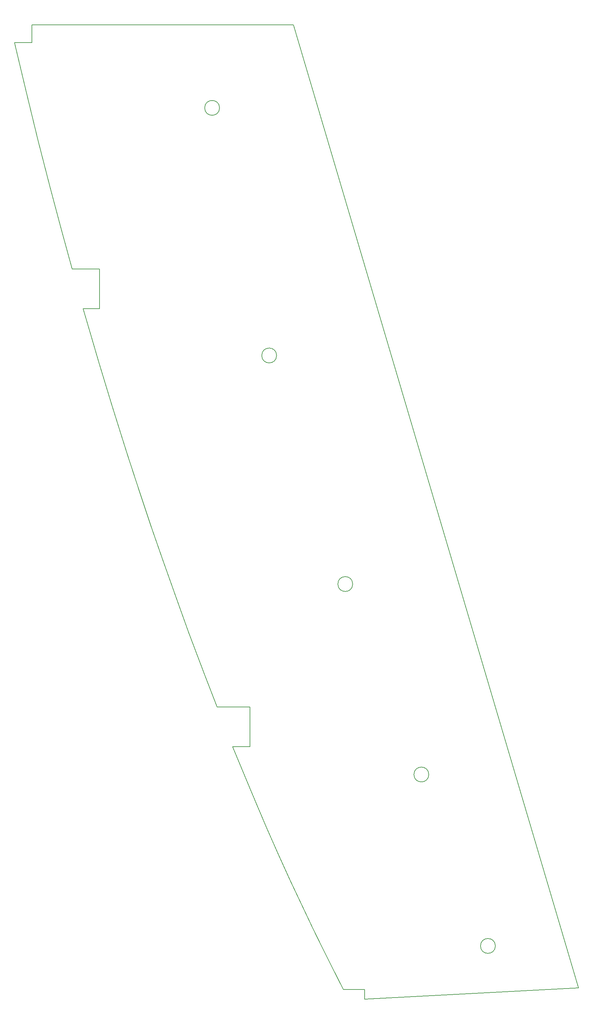
<source format=gbr>
G04 #@! TF.GenerationSoftware,KiCad,Pcbnew,(5.1.2)-1*
G04 #@! TF.CreationDate,2019-06-12T10:40:47+02:00*
G04 #@! TF.ProjectId,stop_light,73746f70-5f6c-4696-9768-742e6b696361,rev?*
G04 #@! TF.SameCoordinates,Original*
G04 #@! TF.FileFunction,Profile,NP*
%FSLAX46Y46*%
G04 Gerber Fmt 4.6, Leading zero omitted, Abs format (unit mm)*
G04 Created by KiCad (PCBNEW (5.1.2)-1) date 2019-06-12 10:40:47*
%MOMM*%
%LPD*%
G04 APERTURE LIST*
%ADD10C,0.200000*%
G04 APERTURE END LIST*
D10*
X494282735Y45613890D02*
X490036153Y45613890D01*
X545263692Y120111480D02*
X476505391Y120111480D01*
X494282735Y56013915D02*
X487102560Y56013915D01*
X564005392Y-135682679D02*
X620199727Y-132737672D01*
X533858419Y-58986085D02*
X525175802Y-58986085D01*
X545263692Y120111480D02*
X620199727Y-132737672D01*
X476505391Y120111480D02*
X476505391Y115463897D01*
X533858419Y-69386110D02*
X529316915Y-69386110D01*
X494282735Y56013915D02*
X494282735Y45613890D01*
X533858419Y-58986085D02*
X533858419Y-69386110D01*
X580855293Y-76686097D02*
G75*
G03X580855293Y-76686097I-1949999J0D01*
G01*
X478184102Y89798735D02*
X481209005Y77950652D01*
X540855293Y33313903D02*
G75*
G03X540855293Y33313903I-1949999J0D01*
G01*
X507879903Y-11511110D02*
X510983419Y-20538148D01*
X550353048Y-117013612D02*
X552806661Y-122038759D01*
X541403341Y-97776185D02*
X544377950Y-104333192D01*
X481209005Y77950652D02*
X484227071Y66535186D01*
X535954610Y-85331239D02*
X538444845Y-91089967D01*
X533496602Y-79528932D02*
X535954610Y-85331239D01*
X500177267Y11977660D02*
X501703145Y7195372D01*
X494176290Y31470946D02*
X497478536Y20604857D01*
X560855293Y-26686098D02*
G75*
G03X560855293Y-26686098I-1949999J0D01*
G01*
X504731466Y-2103334D02*
X507879903Y-11511110D01*
X558385274Y-133086122D02*
X564005392Y-133086122D01*
X555238790Y-126917726D02*
X558385274Y-133086122D01*
X521962423Y-50668824D02*
X525175802Y-58986085D01*
X525855293Y98313903D02*
G75*
G03X525855293Y98313903I-1949999J0D01*
G01*
X501703145Y7195372D02*
X504731466Y-2103334D01*
X490036153Y45613890D02*
X492112813Y38443572D01*
X544377950Y-104333192D02*
X547373067Y-110769532D01*
X510983419Y-20538148D02*
X514942403Y-31719423D01*
X471963888Y115463897D02*
X476505391Y115463897D01*
X564005392Y-133086122D02*
X564005392Y-135682679D01*
X552806661Y-122038759D02*
X555238790Y-126917726D01*
X547373067Y-110769532D02*
X550353048Y-117013612D01*
X529316915Y-69386110D02*
X533496602Y-79528932D01*
X492112813Y38443572D02*
X494176290Y31470946D01*
X517766622Y-39474611D02*
X521962423Y-50668824D01*
X497478536Y20604857D02*
X500177267Y11977660D01*
X598355293Y-121686097D02*
G75*
G03X598355293Y-121686097I-1949999J0D01*
G01*
X514942403Y-31719423D02*
X517766622Y-39474611D01*
X475091328Y102339537D02*
X478184102Y89798735D01*
X471963888Y115463897D02*
X475091328Y102339537D01*
X538444845Y-91089967D02*
X541403341Y-97776185D01*
X484227071Y66535186D02*
X487102560Y56013915D01*
M02*

</source>
